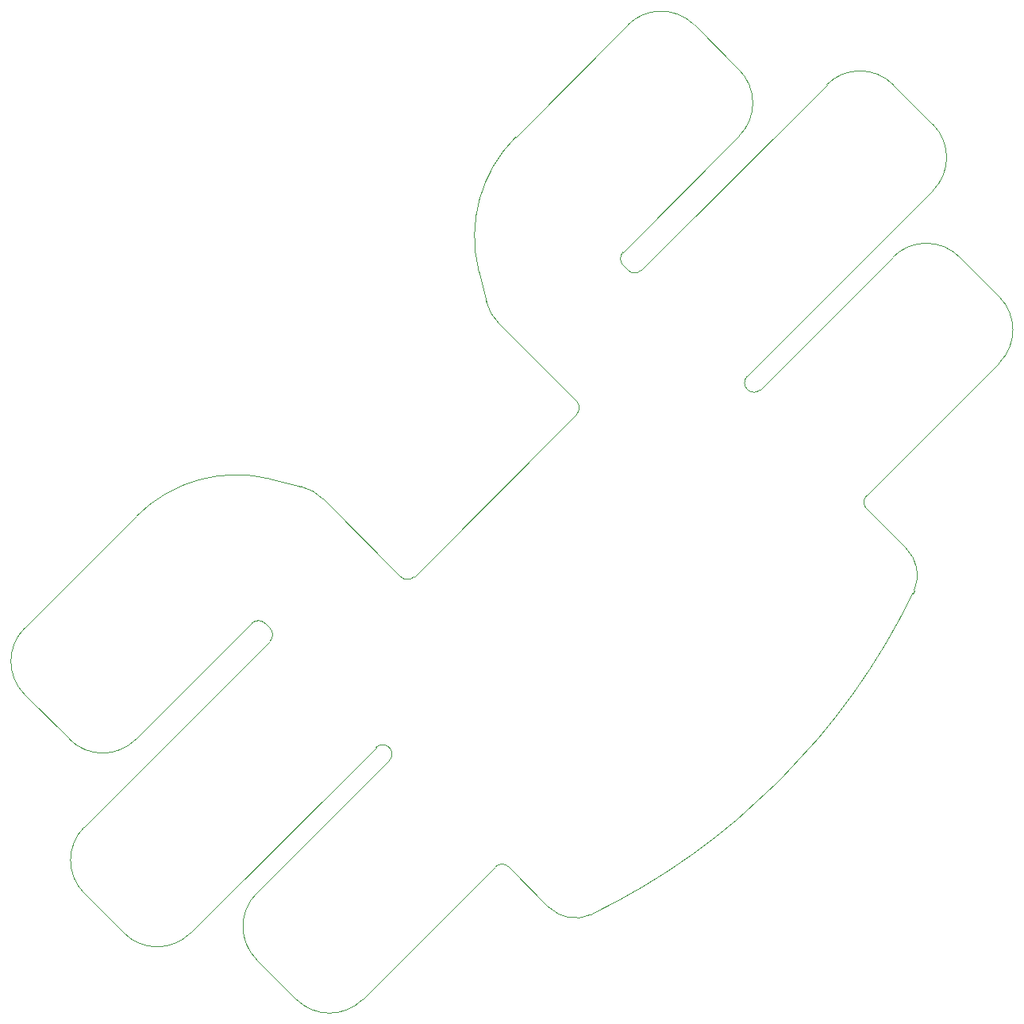
<source format=gbr>
G04 #@! TF.GenerationSoftware,KiCad,Pcbnew,9.0.2*
G04 #@! TF.CreationDate,2025-09-26T14:41:35-04:00*
G04 #@! TF.ProjectId,Trackball,54726163-6b62-4616-9c6c-2e6b69636164,rev?*
G04 #@! TF.SameCoordinates,Original*
G04 #@! TF.FileFunction,Profile,NP*
%FSLAX46Y46*%
G04 Gerber Fmt 4.6, Leading zero omitted, Abs format (unit mm)*
G04 Created by KiCad (PCBNEW 9.0.2) date 2025-09-26 14:41:35*
%MOMM*%
%LPD*%
G01*
G04 APERTURE LIST*
G04 #@! TA.AperFunction,Profile*
%ADD10C,0.050000*%
G04 #@! TD*
G04 APERTURE END LIST*
D10*
X74023685Y-94445716D02*
X78814334Y-99236365D01*
X85993966Y-75404370D02*
X74023685Y-87374648D01*
X98259770Y-86861996D02*
G75*
G02*
X99673984Y-86861996I707107J-707107D01*
G01*
X134566166Y-117865092D02*
X134453380Y-117917725D01*
X152517284Y-61923550D02*
G75*
G02*
X151103062Y-61923558I-707115J707115D01*
G01*
X145441470Y-23027931D02*
X150232118Y-27818580D01*
X98772422Y-122729987D02*
X103015063Y-126972628D01*
X124228267Y-112830492D02*
G75*
G02*
X125642480Y-112830492I707106J-707107D01*
G01*
X138370402Y-23027931D02*
G75*
G02*
X145441470Y-23027931I3535534J-3535534D01*
G01*
X126400170Y-34998164D02*
X138370402Y-23027931D01*
X111500344Y-100102570D02*
G75*
G02*
X112914558Y-100102570I707107J-707107D01*
G01*
X91701355Y-119901560D02*
X111500344Y-100102570D01*
X114151995Y-81894571D02*
X105844796Y-73587370D01*
X80387646Y-115658920D02*
X84630287Y-119901560D01*
X134453380Y-117917725D02*
G75*
G02*
X129933415Y-117121414I-1691537J3624724D01*
G01*
X173730487Y-47781415D02*
X177973128Y-52024055D01*
X100186636Y-87374648D02*
G75*
G02*
X100186636Y-88788862I-707107J-707107D01*
G01*
X98772422Y-122729987D02*
G75*
G02*
X98772421Y-115658920I3535534J3535534D01*
G01*
X137865959Y-47265299D02*
X150232118Y-34889647D01*
X123264843Y-52513706D02*
X122446831Y-49211446D01*
X168074381Y-78894861D02*
G75*
G02*
X168892895Y-83366468I-2828406J-2828448D01*
G01*
X177973128Y-59095123D02*
X163834456Y-73233795D01*
X112914558Y-100102570D02*
G75*
G02*
X112914558Y-101516784I-707107J-707107D01*
G01*
X110086131Y-126972628D02*
G75*
G02*
X103015063Y-126972628I-3535534J3535534D01*
G01*
X103509460Y-72269089D02*
G75*
G02*
X105844801Y-73587365I-1200443J-4854279D01*
G01*
X168751877Y-83679383D02*
G75*
G02*
X134566165Y-117865091I-66544888J32359183D01*
G01*
X137862496Y-48682976D02*
G75*
G02*
X137862487Y-47268753I707098J707116D01*
G01*
X74023685Y-94445716D02*
G75*
G02*
X74023685Y-87374648I3535534J3535534D01*
G01*
X139789362Y-49195628D02*
G75*
G02*
X138375140Y-49195636I-707115J707115D01*
G01*
X132890325Y-63156241D02*
X124583124Y-54849042D01*
X85993919Y-75404416D02*
G75*
G02*
X100207200Y-71451077I10606568J-10606478D01*
G01*
X80387646Y-108587852D02*
X100186636Y-88788862D01*
X159588352Y-29396638D02*
X139789362Y-49195628D01*
X177973128Y-52024055D02*
G75*
G02*
X177973120Y-59095115I-3535542J-3535526D01*
G01*
X132890325Y-63156241D02*
G75*
G02*
X132890325Y-64570455I-707107J-707107D01*
G01*
X170902060Y-40710347D02*
X151099607Y-60512800D01*
X132890325Y-64570455D02*
X115566208Y-81894571D01*
X115566208Y-81894571D02*
G75*
G02*
X114151995Y-81894571I-707106J707107D01*
G01*
X137862496Y-48682976D02*
X138375148Y-49195628D01*
X166659420Y-29396638D02*
X170902060Y-33639279D01*
X166659420Y-47781415D02*
G75*
G02*
X173730478Y-47781423I3535525J-3535525D01*
G01*
X168751877Y-83679383D02*
X168892870Y-83366457D01*
X159588352Y-29396638D02*
G75*
G02*
X166659411Y-29396647I3535525J-3535526D01*
G01*
X98259770Y-86861996D02*
X85885401Y-99236365D01*
X103509460Y-72269089D02*
X100207200Y-71451077D01*
X124583124Y-54849042D02*
G75*
G02*
X123264828Y-52513710I3535785J3535708D01*
G01*
X168074402Y-78894882D02*
X163830992Y-74651472D01*
X110086131Y-126972628D02*
X124228267Y-112830492D01*
X122446831Y-49211446D02*
G75*
G02*
X126400190Y-34998184I14559916J3606656D01*
G01*
X170902060Y-33639279D02*
G75*
G02*
X170902051Y-40710338I-3535542J-3535525D01*
G01*
X99673984Y-86861996D02*
X100186636Y-87374648D01*
X80387646Y-115658920D02*
G75*
G02*
X80387646Y-108587852I3535534J3535534D01*
G01*
X129933408Y-117121421D02*
X125642480Y-112830492D01*
X150232118Y-27818580D02*
G75*
G02*
X150232119Y-34889648I-3535533J-3535534D01*
G01*
X151103070Y-61923550D02*
G75*
G02*
X151103061Y-60509328I707099J707115D01*
G01*
X98772422Y-115658920D02*
X112914558Y-101516784D01*
X85885401Y-99236365D02*
G75*
G02*
X78814334Y-99236366I-3535534J3535534D01*
G01*
X166659420Y-47781415D02*
X152517284Y-61923550D01*
X163830992Y-74651472D02*
G75*
G02*
X163830983Y-73237250I707099J707115D01*
G01*
X91701355Y-119901560D02*
G75*
G02*
X84630287Y-119901560I-3535534J3535534D01*
G01*
M02*

</source>
